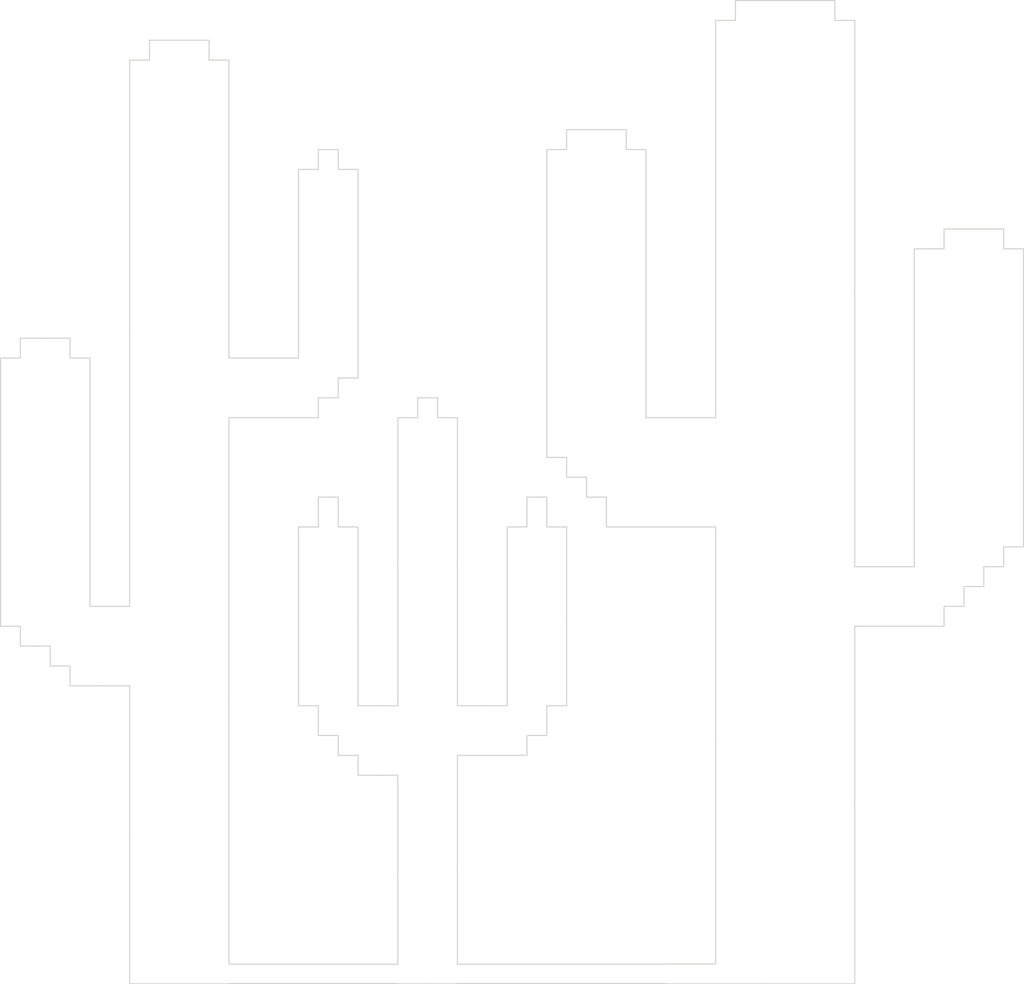
<source format=kicad_pcb>
(kicad_pcb (version 4) (host pcbnew 4.0.6)

  (general
    (links 0)
    (no_connects 0)
    (area 100.279999 51.777999 189.682326 147.878001)
    (thickness 1.6)
    (drawings 249)
    (tracks 0)
    (zones 0)
    (modules 0)
    (nets 1)
  )

  (page A4)
  (layers
    (0 F.Cu signal)
    (31 B.Cu signal)
    (32 B.Adhes user)
    (33 F.Adhes user)
    (34 B.Paste user)
    (35 F.Paste user)
    (36 B.SilkS user)
    (37 F.SilkS user)
    (38 B.Mask user)
    (39 F.Mask user)
    (40 Dwgs.User user)
    (41 Cmts.User user)
    (42 Eco1.User user)
    (43 Eco2.User user)
    (44 Edge.Cuts user)
    (45 Margin user)
    (46 B.CrtYd user)
    (47 F.CrtYd user)
    (48 B.Fab user)
    (49 F.Fab user)
  )

  (setup
    (last_trace_width 0.25)
    (trace_clearance 0.2)
    (zone_clearance 0.508)
    (zone_45_only no)
    (trace_min 0.2)
    (segment_width 0.2)
    (edge_width 0.15)
    (via_size 0.6)
    (via_drill 0.4)
    (via_min_size 0.4)
    (via_min_drill 0.3)
    (uvia_size 0.3)
    (uvia_drill 0.1)
    (uvias_allowed no)
    (uvia_min_size 0.2)
    (uvia_min_drill 0.1)
    (pcb_text_width 0.3)
    (pcb_text_size 1.5 1.5)
    (mod_edge_width 0.15)
    (mod_text_size 1 1)
    (mod_text_width 0.15)
    (pad_size 1.524 1.524)
    (pad_drill 0.762)
    (pad_to_mask_clearance 0.2)
    (aux_axis_origin 0 0)
    (visible_elements 7FFFFFFF)
    (pcbplotparams
      (layerselection 0x010f0_80000001)
      (usegerberextensions true)
      (excludeedgelayer true)
      (linewidth 0.100000)
      (plotframeref false)
      (viasonmask false)
      (mode 1)
      (useauxorigin false)
      (hpglpennumber 1)
      (hpglpenspeed 20)
      (hpglpendiameter 15)
      (hpglpenoverlay 2)
      (psnegative false)
      (psa4output false)
      (plotreference true)
      (plotvalue true)
      (plotinvisibletext false)
      (padsonsilk false)
      (subtractmaskfromsilk false)
      (outputformat 1)
      (mirror false)
      (drillshape 0)
      (scaleselection 1)
      (outputdirectory gerber/))
  )

  (net 0 "")

  (net_class Default "This is the default net class."
    (clearance 0.2)
    (trace_width 0.25)
    (via_dia 0.6)
    (via_drill 0.4)
    (uvia_dia 0.3)
    (uvia_drill 0.1)
  )

  (gr_line (start 171.492508 56.415259) (end 171.492508 56.415259) (layer Edge.Cuts) (width 0.1))
  (gr_line (start 176.204299 56.415259) (end 171.492508 56.415259) (layer Edge.Cuts) (width 0.1))
  (gr_line (start 180.916086 56.415259) (end 176.204299 56.415259) (layer Edge.Cuts) (width 0.1))
  (gr_line (start 180.916086 57.357837) (end 180.916086 56.415259) (layer Edge.Cuts) (width 0.1))
  (gr_line (start 180.916086 58.299864) (end 180.916086 57.357837) (layer Edge.Cuts) (width 0.1))
  (gr_line (start 181.858113 58.299864) (end 180.916086 58.299864) (layer Edge.Cuts) (width 0.1))
  (gr_line (start 182.80069 58.299864) (end 181.858113 58.299864) (layer Edge.Cuts) (width 0.1))
  (gr_line (start 182.80069 84.214698) (end 182.80069 58.299864) (layer Edge.Cuts) (width 0.1))
  (gr_line (start 182.80069 110.128983) (end 182.80069 84.214698) (layer Edge.Cuts) (width 0.1))
  (gr_line (start 185.627874 110.128983) (end 182.80069 110.128983) (layer Edge.Cuts) (width 0.1))
  (gr_line (start 188.455057 110.128983) (end 185.627874 110.128983) (layer Edge.Cuts) (width 0.1))
  (gr_line (start 188.455057 95.051591) (end 188.455057 110.128983) (layer Edge.Cuts) (width 0.1))
  (gr_line (start 188.455057 79.973649) (end 188.455057 95.051591) (layer Edge.Cuts) (width 0.1))
  (gr_line (start 189.868387 79.973649) (end 188.455057 79.973649) (layer Edge.Cuts) (width 0.1))
  (gr_line (start 191.281699 79.973649) (end 189.868387 79.973649) (layer Edge.Cuts) (width 0.1))
  (gr_line (start 191.281699 79.031622) (end 191.281699 79.973649) (layer Edge.Cuts) (width 0.1))
  (gr_line (start 191.281699 78.089044) (end 191.281699 79.031622) (layer Edge.Cuts) (width 0.1))
  (gr_line (start 194.10886 78.089044) (end 191.281699 78.089044) (layer Edge.Cuts) (width 0.1))
  (gr_line (start 196.93605 78.089044) (end 194.10886 78.089044) (layer Edge.Cuts) (width 0.1))
  (gr_line (start 196.93605 79.031622) (end 196.93605 78.089044) (layer Edge.Cuts) (width 0.1))
  (gr_line (start 196.93605 79.973649) (end 196.93605 79.031622) (layer Edge.Cuts) (width 0.1))
  (gr_line (start 197.878079 79.973649) (end 196.93605 79.973649) (layer Edge.Cuts) (width 0.1))
  (gr_line (start 198.820673 79.973649) (end 197.878079 79.973649) (layer Edge.Cuts) (width 0.1))
  (gr_line (start 198.820673 94.109014) (end 198.820673 79.973649) (layer Edge.Cuts) (width 0.1))
  (gr_line (start 198.820673 108.244379) (end 198.820673 94.109014) (layer Edge.Cuts) (width 0.1))
  (gr_line (start 197.878079 108.244379) (end 198.820673 108.244379) (layer Edge.Cuts) (width 0.1))
  (gr_line (start 196.93605 108.244379) (end 197.878079 108.244379) (layer Edge.Cuts) (width 0.1))
  (gr_line (start 196.93605 109.186406) (end 196.93605 108.244379) (layer Edge.Cuts) (width 0.1))
  (gr_line (start 196.93605 110.128983) (end 196.93605 109.186406) (layer Edge.Cuts) (width 0.1))
  (gr_line (start 195.993484 110.128983) (end 196.93605 110.128983) (layer Edge.Cuts) (width 0.1))
  (gr_line (start 195.051454 110.128983) (end 195.993484 110.128983) (layer Edge.Cuts) (width 0.1))
  (gr_line (start 195.051454 111.07156) (end 195.051454 110.128983) (layer Edge.Cuts) (width 0.1))
  (gr_line (start 195.051454 112.013587) (end 195.051454 111.07156) (layer Edge.Cuts) (width 0.1))
  (gr_line (start 194.10886 112.013587) (end 195.051454 112.013587) (layer Edge.Cuts) (width 0.1))
  (gr_line (start 193.166294 112.013587) (end 194.10886 112.013587) (layer Edge.Cuts) (width 0.1))
  (gr_line (start 193.166294 112.956167) (end 193.166294 112.013587) (layer Edge.Cuts) (width 0.1))
  (gr_line (start 193.166294 113.898194) (end 193.166294 112.956167) (layer Edge.Cuts) (width 0.1))
  (gr_line (start 192.224265 113.898194) (end 193.166294 113.898194) (layer Edge.Cuts) (width 0.1))
  (gr_line (start 191.281699 113.898194) (end 192.224265 113.898194) (layer Edge.Cuts) (width 0.1))
  (gr_line (start 191.281699 114.840771) (end 191.281699 113.898194) (layer Edge.Cuts) (width 0.1))
  (gr_line (start 191.281699 115.783351) (end 191.281699 114.840771) (layer Edge.Cuts) (width 0.1))
  (gr_line (start 187.041192 115.783351) (end 191.281699 115.783351) (layer Edge.Cuts) (width 0.1))
  (gr_line (start 182.80069 115.783351) (end 187.041192 115.783351) (layer Edge.Cuts) (width 0.1))
  (gr_line (start 182.80069 132.745346) (end 182.80069 115.783351) (layer Edge.Cuts) (width 0.1))
  (gr_line (start 182.80069 149.707342) (end 182.80069 132.745346) (layer Edge.Cuts) (width 0.1))
  (gr_line (start 173.848403 149.707342) (end 182.80069 149.707342) (layer Edge.Cuts) (width 0.1))
  (gr_line (start 164.896117 149.707342) (end 173.848403 149.707342) (layer Edge.Cuts) (width 0.1))
  (gr_line (start 164.896117 149.676476) (end 164.896117 149.707342) (layer Edge.Cuts) (width 0.1))
  (gr_line (start 145.106938 149.676476) (end 164.896117 149.676476) (layer Edge.Cuts) (width 0.1))
  (gr_line (start 145.106938 149.707342) (end 145.106938 149.676476) (layer Edge.Cuts) (width 0.1))
  (gr_line (start 142.279754 149.707342) (end 145.106938 149.707342) (layer Edge.Cuts) (width 0.1))
  (gr_line (start 139.45257 149.707342) (end 142.279754 149.707342) (layer Edge.Cuts) (width 0.1))
  (gr_line (start 139.45257 149.676476) (end 139.45257 149.707342) (layer Edge.Cuts) (width 0.1))
  (gr_line (start 123.432601 149.676476) (end 139.45257 149.676476) (layer Edge.Cuts) (width 0.1))
  (gr_line (start 123.432601 149.707342) (end 123.432601 149.676476) (layer Edge.Cuts) (width 0.1))
  (gr_line (start 118.721364 149.707342) (end 123.432601 149.707342) (layer Edge.Cuts) (width 0.1))
  (gr_line (start 114.009576 149.707342) (end 118.721364 149.707342) (layer Edge.Cuts) (width 0.1))
  (gr_line (start 114.009576 135.57253) (end 114.009576 149.707342) (layer Edge.Cuts) (width 0.1))
  (gr_line (start 114.009576 121.437165) (end 114.009576 135.57253) (layer Edge.Cuts) (width 0.1))
  (gr_line (start 111.182393 121.437165) (end 114.009576 121.437165) (layer Edge.Cuts) (width 0.1))
  (gr_line (start 108.355209 121.437165) (end 111.182393 121.437165) (layer Edge.Cuts) (width 0.1))
  (gr_line (start 108.355209 120.494588) (end 108.355209 121.437165) (layer Edge.Cuts) (width 0.1))
  (gr_line (start 108.355209 119.552558) (end 108.355209 120.494588) (layer Edge.Cuts) (width 0.1))
  (gr_line (start 107.413182 119.552558) (end 108.355209 119.552558) (layer Edge.Cuts) (width 0.1))
  (gr_line (start 106.470605 119.552558) (end 107.413182 119.552558) (layer Edge.Cuts) (width 0.1))
  (gr_line (start 106.470605 118.609981) (end 106.470605 119.552558) (layer Edge.Cuts) (width 0.1))
  (gr_line (start 106.470605 117.667954) (end 106.470605 118.609981) (layer Edge.Cuts) (width 0.1))
  (gr_line (start 105.057287 117.667954) (end 106.470605 117.667954) (layer Edge.Cuts) (width 0.1))
  (gr_line (start 103.643422 117.667954) (end 105.057287 117.667954) (layer Edge.Cuts) (width 0.1))
  (gr_line (start 103.643422 116.725377) (end 103.643422 117.667954) (layer Edge.Cuts) (width 0.1))
  (gr_line (start 103.643422 115.783351) (end 103.643422 116.725377) (layer Edge.Cuts) (width 0.1))
  (gr_line (start 102.701395 115.783351) (end 103.643422 115.783351) (layer Edge.Cuts) (width 0.1))
  (gr_line (start 101.758815 115.783351) (end 102.701395 115.783351) (layer Edge.Cuts) (width 0.1))
  (gr_line (start 101.758815 103.061301) (end 101.758815 115.783351) (layer Edge.Cuts) (width 0.1))
  (gr_line (start 101.758815 90.339804) (end 101.758815 103.061301) (layer Edge.Cuts) (width 0.1))
  (gr_line (start 102.701395 90.339804) (end 101.758815 90.339804) (layer Edge.Cuts) (width 0.1))
  (gr_line (start 103.643422 90.339804) (end 102.701395 90.339804) (layer Edge.Cuts) (width 0.1))
  (gr_line (start 103.643422 89.397227) (end 103.643422 90.339804) (layer Edge.Cuts) (width 0.1))
  (gr_line (start 103.643422 88.455197) (end 103.643422 89.397227) (layer Edge.Cuts) (width 0.1))
  (gr_line (start 105.999314 88.455197) (end 103.643422 88.455197) (layer Edge.Cuts) (width 0.1))
  (gr_line (start 108.355209 88.455197) (end 105.999314 88.455197) (layer Edge.Cuts) (width 0.1))
  (gr_line (start 108.355209 89.397227) (end 108.355209 88.455197) (layer Edge.Cuts) (width 0.1))
  (gr_line (start 108.355209 90.339804) (end 108.355209 89.397227) (layer Edge.Cuts) (width 0.1))
  (gr_line (start 109.297786 90.339804) (end 108.355209 90.339804) (layer Edge.Cuts) (width 0.1))
  (gr_line (start 110.239816 90.339804) (end 109.297786 90.339804) (layer Edge.Cuts) (width 0.1))
  (gr_line (start 110.239816 102.119274) (end 110.239816 90.339804) (layer Edge.Cuts) (width 0.1))
  (gr_line (start 110.239816 113.898194) (end 110.239816 102.119274) (layer Edge.Cuts) (width 0.1))
  (gr_line (start 112.12497 113.898194) (end 110.239816 113.898194) (layer Edge.Cuts) (width 0.1))
  (gr_line (start 114.009576 113.898194) (end 112.12497 113.898194) (layer Edge.Cuts) (width 0.1))
  (gr_line (start 114.009576 87.983909) (end 114.009576 113.898194) (layer Edge.Cuts) (width 0.1))
  (gr_line (start 114.009576 62.069074) (end 114.009576 87.983909) (layer Edge.Cuts) (width 0.1))
  (gr_line (start 114.951603 62.069074) (end 114.009576 62.069074) (layer Edge.Cuts) (width 0.1))
  (gr_line (start 115.89418 62.069074) (end 114.951603 62.069074) (layer Edge.Cuts) (width 0.1))
  (gr_line (start 115.89418 61.127048) (end 115.89418 62.069074) (layer Edge.Cuts) (width 0.1))
  (gr_line (start 115.89418 60.184469) (end 115.89418 61.127048) (layer Edge.Cuts) (width 0.1))
  (gr_line (start 118.721364 60.184469) (end 115.89418 60.184469) (layer Edge.Cuts) (width 0.1))
  (gr_line (start 121.547997 60.184469) (end 118.721364 60.184469) (layer Edge.Cuts) (width 0.1))
  (gr_line (start 121.547997 61.127048) (end 121.547997 60.184469) (layer Edge.Cuts) (width 0.1))
  (gr_line (start 121.547997 62.069074) (end 121.547997 61.127048) (layer Edge.Cuts) (width 0.1))
  (gr_line (start 122.490574 62.069074) (end 121.547997 62.069074) (layer Edge.Cuts) (width 0.1))
  (gr_line (start 123.432601 62.069074) (end 122.490574 62.069074) (layer Edge.Cuts) (width 0.1))
  (gr_line (start 123.432601 76.204439) (end 123.432601 62.069074) (layer Edge.Cuts) (width 0.1))
  (gr_line (start 123.432601 90.339804) (end 123.432601 76.204439) (layer Edge.Cuts) (width 0.1))
  (gr_line (start 126.731073 90.339804) (end 123.432601 90.339804) (layer Edge.Cuts) (width 0.1))
  (gr_line (start 130.029545 90.339804) (end 126.731073 90.339804) (layer Edge.Cuts) (width 0.1))
  (gr_line (start 130.029545 81.387516) (end 130.029545 90.339804) (layer Edge.Cuts) (width 0.1))
  (gr_line (start 130.029545 72.435229) (end 130.029545 81.387516) (layer Edge.Cuts) (width 0.1))
  (gr_line (start 130.971572 72.435229) (end 130.029545 72.435229) (layer Edge.Cuts) (width 0.1))
  (gr_line (start 131.914149 72.435229) (end 130.971572 72.435229) (layer Edge.Cuts) (width 0.1))
  (gr_line (start 131.914149 71.492651) (end 131.914149 72.435229) (layer Edge.Cuts) (width 0.1))
  (gr_line (start 131.914149 70.550624) (end 131.914149 71.492651) (layer Edge.Cuts) (width 0.1))
  (gr_line (start 132.856176 70.550624) (end 131.914149 70.550624) (layer Edge.Cuts) (width 0.1))
  (gr_line (start 133.798756 70.550624) (end 132.856176 70.550624) (layer Edge.Cuts) (width 0.1))
  (gr_line (start 133.798756 71.492651) (end 133.798756 70.550624) (layer Edge.Cuts) (width 0.1))
  (gr_line (start 133.798756 72.435229) (end 133.798756 71.492651) (layer Edge.Cuts) (width 0.1))
  (gr_line (start 134.740783 72.435229) (end 133.798756 72.435229) (layer Edge.Cuts) (width 0.1))
  (gr_line (start 135.68336 72.435229) (end 134.740783 72.435229) (layer Edge.Cuts) (width 0.1))
  (gr_line (start 135.68336 82.329543) (end 135.68336 72.435229) (layer Edge.Cuts) (width 0.1))
  (gr_line (start 135.68336 92.224408) (end 135.68336 82.329543) (layer Edge.Cuts) (width 0.1))
  (gr_line (start 134.740783 92.224408) (end 135.68336 92.224408) (layer Edge.Cuts) (width 0.1))
  (gr_line (start 133.798756 92.224408) (end 134.740783 92.224408) (layer Edge.Cuts) (width 0.1))
  (gr_line (start 133.798756 93.166987) (end 133.798756 92.224408) (layer Edge.Cuts) (width 0.1))
  (gr_line (start 133.798756 94.109014) (end 133.798756 93.166987) (layer Edge.Cuts) (width 0.1))
  (gr_line (start 132.856176 94.109014) (end 133.798756 94.109014) (layer Edge.Cuts) (width 0.1))
  (gr_line (start 131.914149 94.109014) (end 132.856176 94.109014) (layer Edge.Cuts) (width 0.1))
  (gr_line (start 131.914149 95.051591) (end 131.914149 94.109014) (layer Edge.Cuts) (width 0.1))
  (gr_line (start 131.914149 95.993618) (end 131.914149 95.051591) (layer Edge.Cuts) (width 0.1))
  (gr_line (start 127.67365 95.993618) (end 131.914149 95.993618) (layer Edge.Cuts) (width 0.1))
  (gr_line (start 123.432601 95.993618) (end 127.67365 95.993618) (layer Edge.Cuts) (width 0.1))
  (gr_line (start 123.432601 122.85048) (end 123.432601 95.993618) (layer Edge.Cuts) (width 0.1))
  (gr_line (start 123.432601 147.848644) (end 123.432601 122.85048) (layer Edge.Cuts) (width 0.1))
  (gr_line (start 139.45257 147.848644) (end 123.432601 147.848644) (layer Edge.Cuts) (width 0.1))
  (gr_line (start 139.45257 139.813029) (end 139.45257 147.848644) (layer Edge.Cuts) (width 0.1))
  (gr_line (start 139.45257 129.918163) (end 139.45257 139.813029) (layer Edge.Cuts) (width 0.1))
  (gr_line (start 137.567966 129.918163) (end 139.45257 129.918163) (layer Edge.Cuts) (width 0.1))
  (gr_line (start 135.68336 129.918163) (end 137.567966 129.918163) (layer Edge.Cuts) (width 0.1))
  (gr_line (start 135.68336 128.976136) (end 135.68336 129.918163) (layer Edge.Cuts) (width 0.1))
  (gr_line (start 135.68336 128.033559) (end 135.68336 128.976136) (layer Edge.Cuts) (width 0.1))
  (gr_line (start 134.740783 128.033559) (end 135.68336 128.033559) (layer Edge.Cuts) (width 0.1))
  (gr_line (start 133.798756 128.033559) (end 134.740783 128.033559) (layer Edge.Cuts) (width 0.1))
  (gr_line (start 133.798756 127.091532) (end 133.798756 128.033559) (layer Edge.Cuts) (width 0.1))
  (gr_line (start 133.798756 126.148952) (end 133.798756 127.091532) (layer Edge.Cuts) (width 0.1))
  (gr_line (start 132.856176 126.148952) (end 133.798756 126.148952) (layer Edge.Cuts) (width 0.1))
  (gr_line (start 131.914149 126.148952) (end 132.856176 126.148952) (layer Edge.Cuts) (width 0.1))
  (gr_line (start 131.914149 124.735637) (end 131.914149 126.148952) (layer Edge.Cuts) (width 0.1))
  (gr_line (start 131.914149 123.321769) (end 131.914149 124.735637) (layer Edge.Cuts) (width 0.1))
  (gr_line (start 130.971572 123.321769) (end 131.914149 123.321769) (layer Edge.Cuts) (width 0.1))
  (gr_line (start 130.029545 123.321769) (end 130.971572 123.321769) (layer Edge.Cuts) (width 0.1))
  (gr_line (start 130.029545 114.840771) (end 130.029545 123.321769) (layer Edge.Cuts) (width 0.1))
  (gr_line (start 130.029545 106.359773) (end 130.029545 114.840771) (layer Edge.Cuts) (width 0.1))
  (gr_line (start 130.971572 106.359773) (end 130.029545 106.359773) (layer Edge.Cuts) (width 0.1))
  (gr_line (start 131.914149 106.359773) (end 130.971572 106.359773) (layer Edge.Cuts) (width 0.1))
  (gr_line (start 131.914149 104.945907) (end 131.914149 106.359773) (layer Edge.Cuts) (width 0.1))
  (gr_line (start 131.914149 103.532589) (end 131.914149 104.945907) (layer Edge.Cuts) (width 0.1))
  (gr_line (start 132.856176 103.532589) (end 131.914149 103.532589) (layer Edge.Cuts) (width 0.1))
  (gr_line (start 133.798756 103.532589) (end 132.856176 103.532589) (layer Edge.Cuts) (width 0.1))
  (gr_line (start 133.798756 104.945907) (end 133.798756 103.532589) (layer Edge.Cuts) (width 0.1))
  (gr_line (start 133.798756 106.359773) (end 133.798756 104.945907) (layer Edge.Cuts) (width 0.1))
  (gr_line (start 134.740783 106.359773) (end 133.798756 106.359773) (layer Edge.Cuts) (width 0.1))
  (gr_line (start 135.68336 106.359773) (end 134.740783 106.359773) (layer Edge.Cuts) (width 0.1))
  (gr_line (start 135.68336 114.840771) (end 135.68336 106.359773) (layer Edge.Cuts) (width 0.1))
  (gr_line (start 135.68336 123.321769) (end 135.68336 114.840771) (layer Edge.Cuts) (width 0.1))
  (gr_line (start 137.567966 123.321769) (end 135.68336 123.321769) (layer Edge.Cuts) (width 0.1))
  (gr_line (start 139.45257 123.321769) (end 137.567966 123.321769) (layer Edge.Cuts) (width 0.1))
  (gr_line (start 139.45257 109.657695) (end 139.45257 123.321769) (layer Edge.Cuts) (width 0.1))
  (gr_line (start 139.45257 95.993618) (end 139.45257 109.657695) (layer Edge.Cuts) (width 0.1))
  (gr_line (start 140.395147 95.993618) (end 139.45257 95.993618) (layer Edge.Cuts) (width 0.1))
  (gr_line (start 141.337727 95.993618) (end 140.395147 95.993618) (layer Edge.Cuts) (width 0.1))
  (gr_line (start 141.337727 95.051591) (end 141.337727 95.993618) (layer Edge.Cuts) (width 0.1))
  (gr_line (start 141.337727 94.109014) (end 141.337727 95.051591) (layer Edge.Cuts) (width 0.1))
  (gr_line (start 142.279754 94.109014) (end 141.337727 94.109014) (layer Edge.Cuts) (width 0.1))
  (gr_line (start 143.222331 94.109014) (end 142.279754 94.109014) (layer Edge.Cuts) (width 0.1))
  (gr_line (start 143.222331 95.051591) (end 143.222331 94.109014) (layer Edge.Cuts) (width 0.1))
  (gr_line (start 143.222331 95.993618) (end 143.222331 95.051591) (layer Edge.Cuts) (width 0.1))
  (gr_line (start 144.164358 95.993618) (end 143.222331 95.993618) (layer Edge.Cuts) (width 0.1))
  (gr_line (start 145.106938 95.993618) (end 144.164358 95.993618) (layer Edge.Cuts) (width 0.1))
  (gr_line (start 145.106938 109.657695) (end 145.106938 95.993618) (layer Edge.Cuts) (width 0.1))
  (gr_line (start 145.106938 123.321769) (end 145.106938 109.657695) (layer Edge.Cuts) (width 0.1))
  (gr_line (start 147.46283 123.321769) (end 145.106938 123.321769) (layer Edge.Cuts) (width 0.1))
  (gr_line (start 149.818725 123.321769) (end 147.46283 123.321769) (layer Edge.Cuts) (width 0.1))
  (gr_line (start 149.818725 114.840771) (end 149.818725 123.321769) (layer Edge.Cuts) (width 0.1))
  (gr_line (start 149.818725 106.359773) (end 149.818725 114.840771) (layer Edge.Cuts) (width 0.1))
  (gr_line (start 150.760752 106.359773) (end 149.818725 106.359773) (layer Edge.Cuts) (width 0.1))
  (gr_line (start 151.703329 106.359773) (end 150.760752 106.359773) (layer Edge.Cuts) (width 0.1))
  (gr_line (start 151.703329 104.945907) (end 151.703329 106.359773) (layer Edge.Cuts) (width 0.1))
  (gr_line (start 151.703329 103.532589) (end 151.703329 104.945907) (layer Edge.Cuts) (width 0.1))
  (gr_line (start 152.645358 103.532589) (end 151.703329 103.532589) (layer Edge.Cuts) (width 0.1))
  (gr_line (start 153.587935 103.532589) (end 152.645358 103.532589) (layer Edge.Cuts) (width 0.1))
  (gr_line (start 153.587935 104.945907) (end 153.587935 103.532589) (layer Edge.Cuts) (width 0.1))
  (gr_line (start 153.587935 106.359773) (end 153.587935 104.945907) (layer Edge.Cuts) (width 0.1))
  (gr_line (start 154.530512 106.359773) (end 153.587935 106.359773) (layer Edge.Cuts) (width 0.1))
  (gr_line (start 155.472539 106.359773) (end 154.530512 106.359773) (layer Edge.Cuts) (width 0.1))
  (gr_line (start 155.472539 114.840771) (end 155.472539 106.359773) (layer Edge.Cuts) (width 0.1))
  (gr_line (start 155.472539 123.321769) (end 155.472539 114.840771) (layer Edge.Cuts) (width 0.1))
  (gr_line (start 154.530512 123.321769) (end 155.472539 123.321769) (layer Edge.Cuts) (width 0.1))
  (gr_line (start 153.587935 123.321769) (end 154.530512 123.321769) (layer Edge.Cuts) (width 0.1))
  (gr_line (start 153.587935 124.735637) (end 153.587935 123.321769) (layer Edge.Cuts) (width 0.1))
  (gr_line (start 153.587935 126.148952) (end 153.587935 124.735637) (layer Edge.Cuts) (width 0.1))
  (gr_line (start 152.645358 126.148952) (end 153.587935 126.148952) (layer Edge.Cuts) (width 0.1))
  (gr_line (start 151.703329 126.148952) (end 152.645358 126.148952) (layer Edge.Cuts) (width 0.1))
  (gr_line (start 151.703329 127.091532) (end 151.703329 126.148952) (layer Edge.Cuts) (width 0.1))
  (gr_line (start 151.703329 128.033559) (end 151.703329 127.091532) (layer Edge.Cuts) (width 0.1))
  (gr_line (start 148.404857 128.033559) (end 151.703329 128.033559) (layer Edge.Cuts) (width 0.1))
  (gr_line (start 145.106938 128.033559) (end 148.404857 128.033559) (layer Edge.Cuts) (width 0.1))
  (gr_line (start 145.106938 138.870449) (end 145.106938 128.033559) (layer Edge.Cuts) (width 0.1))
  (gr_line (start 145.106938 147.640838) (end 145.106938 138.870449) (layer Edge.Cuts) (width 0.1))
  (gr_line (start 145.106938 147.848644) (end 145.106938 147.640838) (layer Edge.Cuts) (width 0.1))
  (gr_line (start 164.896117 147.848644) (end 145.106938 147.848644) (layer Edge.Cuts) (width 0.1))
  (gr_line (start 164.896117 147.822738) (end 164.896117 147.848644) (layer Edge.Cuts) (width 0.1))
  (gr_line (start 167.252009 147.822738) (end 164.896117 147.822738) (layer Edge.Cuts) (width 0.1))
  (gr_line (start 169.607905 147.822738) (end 167.252009 147.822738) (layer Edge.Cuts) (width 0.1))
  (gr_line (start 169.607905 127.091532) (end 169.607905 147.822738) (layer Edge.Cuts) (width 0.1))
  (gr_line (start 169.607905 106.359773) (end 169.607905 127.091532) (layer Edge.Cuts) (width 0.1))
  (gr_line (start 164.424828 106.359773) (end 169.607905 106.359773) (layer Edge.Cuts) (width 0.1))
  (gr_line (start 159.242303 106.359773) (end 164.424828 106.359773) (layer Edge.Cuts) (width 0.1))
  (gr_line (start 159.242303 104.945907) (end 159.242303 106.359773) (layer Edge.Cuts) (width 0.1))
  (gr_line (start 159.242303 103.532589) (end 159.242303 104.945907) (layer Edge.Cuts) (width 0.1))
  (gr_line (start 158.299723 103.532589) (end 159.242303 103.532589) (layer Edge.Cuts) (width 0.1))
  (gr_line (start 157.357146 103.532589) (end 158.299723 103.532589) (layer Edge.Cuts) (width 0.1))
  (gr_line (start 157.357146 102.590012) (end 157.357146 103.532589) (layer Edge.Cuts) (width 0.1))
  (gr_line (start 157.357146 101.647985) (end 157.357146 102.590012) (layer Edge.Cuts) (width 0.1))
  (gr_line (start 156.415119 101.647985) (end 157.357146 101.647985) (layer Edge.Cuts) (width 0.1))
  (gr_line (start 155.472539 101.647985) (end 156.415119 101.647985) (layer Edge.Cuts) (width 0.1))
  (gr_line (start 155.472539 100.705408) (end 155.472539 101.647985) (layer Edge.Cuts) (width 0.1))
  (gr_line (start 155.472539 99.763379) (end 155.472539 100.705408) (layer Edge.Cuts) (width 0.1))
  (gr_line (start 154.530512 99.763379) (end 155.472539 99.763379) (layer Edge.Cuts) (width 0.1))
  (gr_line (start 153.587935 99.763379) (end 154.530512 99.763379) (layer Edge.Cuts) (width 0.1))
  (gr_line (start 153.587935 85.156725) (end 153.587935 99.763379) (layer Edge.Cuts) (width 0.1))
  (gr_line (start 153.587935 70.550624) (end 153.587935 85.156725) (layer Edge.Cuts) (width 0.1))
  (gr_line (start 154.530512 70.550624) (end 153.587935 70.550624) (layer Edge.Cuts) (width 0.1))
  (gr_line (start 155.472539 70.550624) (end 154.530512 70.550624) (layer Edge.Cuts) (width 0.1))
  (gr_line (start 155.472539 69.608046) (end 155.472539 70.550624) (layer Edge.Cuts) (width 0.1))
  (gr_line (start 155.472539 68.666019) (end 155.472539 69.608046) (layer Edge.Cuts) (width 0.1))
  (gr_line (start 158.299723 68.666019) (end 155.472539 68.666019) (layer Edge.Cuts) (width 0.1))
  (gr_line (start 161.126907 68.666019) (end 158.299723 68.666019) (layer Edge.Cuts) (width 0.1))
  (gr_line (start 161.126907 69.608046) (end 161.126907 68.666019) (layer Edge.Cuts) (width 0.1))
  (gr_line (start 161.126907 70.550624) (end 161.126907 69.608046) (layer Edge.Cuts) (width 0.1))
  (gr_line (start 162.068933 70.550624) (end 161.126907 70.550624) (layer Edge.Cuts) (width 0.1))
  (gr_line (start 163.01151 70.550624) (end 162.068933 70.550624) (layer Edge.Cuts) (width 0.1))
  (gr_line (start 163.01151 83.272121) (end 163.01151 70.550624) (layer Edge.Cuts) (width 0.1))
  (gr_line (start 163.01151 95.993618) (end 163.01151 83.272121) (layer Edge.Cuts) (width 0.1))
  (gr_line (start 166.309432 95.993618) (end 163.01151 95.993618) (layer Edge.Cuts) (width 0.1))
  (gr_line (start 169.607905 95.993618) (end 166.309432 95.993618) (layer Edge.Cuts) (width 0.1))
  (gr_line (start 169.607905 77.147017) (end 169.607905 95.993618) (layer Edge.Cuts) (width 0.1))
  (gr_line (start 169.607905 58.299864) (end 169.607905 77.147017) (layer Edge.Cuts) (width 0.1))
  (gr_line (start 170.549931 58.299864) (end 169.607905 58.299864) (layer Edge.Cuts) (width 0.1))
  (gr_line (start 171.492508 58.299864) (end 170.549931 58.299864) (layer Edge.Cuts) (width 0.1))
  (gr_line (start 171.492508 57.357837) (end 171.492508 58.299864) (layer Edge.Cuts) (width 0.1))
  (gr_line (start 171.492508 56.415259) (end 171.492508 57.357837) (layer Edge.Cuts) (width 0.1))

)

</source>
